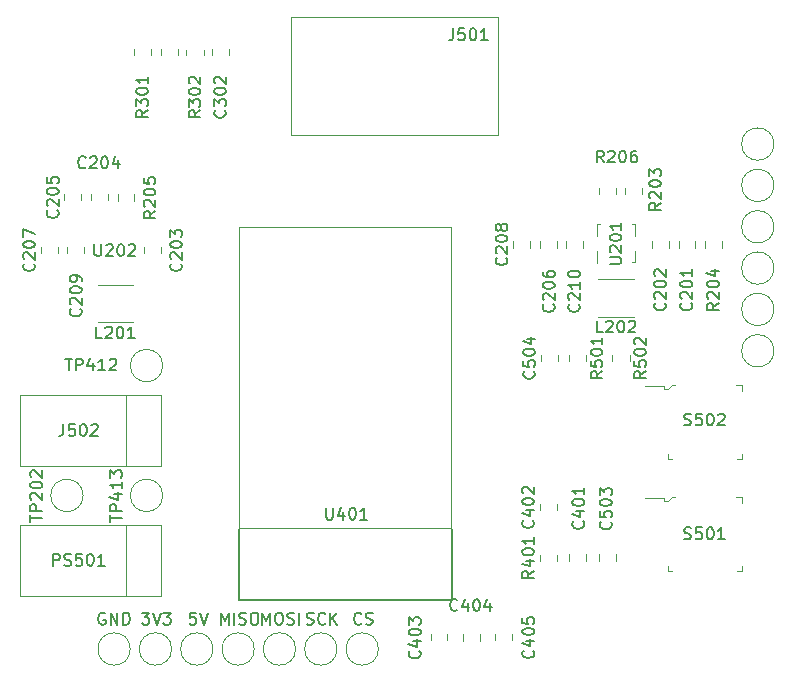
<source format=gto>
G04 #@! TF.GenerationSoftware,KiCad,Pcbnew,(5.1.7)-1*
G04 #@! TF.CreationDate,2020-10-28T11:25:42+01:00*
G04 #@! TF.ProjectId,E-Ink,452d496e-6b2e-46b6-9963-61645f706362,rev?*
G04 #@! TF.SameCoordinates,Original*
G04 #@! TF.FileFunction,Legend,Top*
G04 #@! TF.FilePolarity,Positive*
%FSLAX46Y46*%
G04 Gerber Fmt 4.6, Leading zero omitted, Abs format (unit mm)*
G04 Created by KiCad (PCBNEW (5.1.7)-1) date 2020-10-28 11:25:42*
%MOMM*%
%LPD*%
G01*
G04 APERTURE LIST*
%ADD10C,0.150000*%
%ADD11C,0.100000*%
%ADD12C,0.050000*%
%ADD13C,0.120000*%
G04 APERTURE END LIST*
D10*
X129233333Y-95357142D02*
X129185714Y-95404761D01*
X129042857Y-95452380D01*
X128947619Y-95452380D01*
X128804761Y-95404761D01*
X128709523Y-95309523D01*
X128661904Y-95214285D01*
X128614285Y-95023809D01*
X128614285Y-94880952D01*
X128661904Y-94690476D01*
X128709523Y-94595238D01*
X128804761Y-94500000D01*
X128947619Y-94452380D01*
X129042857Y-94452380D01*
X129185714Y-94500000D01*
X129233333Y-94547619D01*
X129614285Y-95404761D02*
X129757142Y-95452380D01*
X129995238Y-95452380D01*
X130090476Y-95404761D01*
X130138095Y-95357142D01*
X130185714Y-95261904D01*
X130185714Y-95166666D01*
X130138095Y-95071428D01*
X130090476Y-95023809D01*
X129995238Y-94976190D01*
X129804761Y-94928571D01*
X129709523Y-94880952D01*
X129661904Y-94833333D01*
X129614285Y-94738095D01*
X129614285Y-94642857D01*
X129661904Y-94547619D01*
X129709523Y-94500000D01*
X129804761Y-94452380D01*
X130042857Y-94452380D01*
X130185714Y-94500000D01*
X124614285Y-95404761D02*
X124757142Y-95452380D01*
X124995238Y-95452380D01*
X125090476Y-95404761D01*
X125138095Y-95357142D01*
X125185714Y-95261904D01*
X125185714Y-95166666D01*
X125138095Y-95071428D01*
X125090476Y-95023809D01*
X124995238Y-94976190D01*
X124804761Y-94928571D01*
X124709523Y-94880952D01*
X124661904Y-94833333D01*
X124614285Y-94738095D01*
X124614285Y-94642857D01*
X124661904Y-94547619D01*
X124709523Y-94500000D01*
X124804761Y-94452380D01*
X125042857Y-94452380D01*
X125185714Y-94500000D01*
X126185714Y-95357142D02*
X126138095Y-95404761D01*
X125995238Y-95452380D01*
X125900000Y-95452380D01*
X125757142Y-95404761D01*
X125661904Y-95309523D01*
X125614285Y-95214285D01*
X125566666Y-95023809D01*
X125566666Y-94880952D01*
X125614285Y-94690476D01*
X125661904Y-94595238D01*
X125757142Y-94500000D01*
X125900000Y-94452380D01*
X125995238Y-94452380D01*
X126138095Y-94500000D01*
X126185714Y-94547619D01*
X126614285Y-95452380D02*
X126614285Y-94452380D01*
X127185714Y-95452380D02*
X126757142Y-94880952D01*
X127185714Y-94452380D02*
X126614285Y-95023809D01*
X120828571Y-95452380D02*
X120828571Y-94452380D01*
X121161904Y-95166666D01*
X121495238Y-94452380D01*
X121495238Y-95452380D01*
X122161904Y-94452380D02*
X122352380Y-94452380D01*
X122447619Y-94500000D01*
X122542857Y-94595238D01*
X122590476Y-94785714D01*
X122590476Y-95119047D01*
X122542857Y-95309523D01*
X122447619Y-95404761D01*
X122352380Y-95452380D01*
X122161904Y-95452380D01*
X122066666Y-95404761D01*
X121971428Y-95309523D01*
X121923809Y-95119047D01*
X121923809Y-94785714D01*
X121971428Y-94595238D01*
X122066666Y-94500000D01*
X122161904Y-94452380D01*
X122971428Y-95404761D02*
X123114285Y-95452380D01*
X123352380Y-95452380D01*
X123447619Y-95404761D01*
X123495238Y-95357142D01*
X123542857Y-95261904D01*
X123542857Y-95166666D01*
X123495238Y-95071428D01*
X123447619Y-95023809D01*
X123352380Y-94976190D01*
X123161904Y-94928571D01*
X123066666Y-94880952D01*
X123019047Y-94833333D01*
X122971428Y-94738095D01*
X122971428Y-94642857D01*
X123019047Y-94547619D01*
X123066666Y-94500000D01*
X123161904Y-94452380D01*
X123400000Y-94452380D01*
X123542857Y-94500000D01*
X123971428Y-95452380D02*
X123971428Y-94452380D01*
X117328571Y-95452380D02*
X117328571Y-94452380D01*
X117661904Y-95166666D01*
X117995238Y-94452380D01*
X117995238Y-95452380D01*
X118471428Y-95452380D02*
X118471428Y-94452380D01*
X118900000Y-95404761D02*
X119042857Y-95452380D01*
X119280952Y-95452380D01*
X119376190Y-95404761D01*
X119423809Y-95357142D01*
X119471428Y-95261904D01*
X119471428Y-95166666D01*
X119423809Y-95071428D01*
X119376190Y-95023809D01*
X119280952Y-94976190D01*
X119090476Y-94928571D01*
X118995238Y-94880952D01*
X118947619Y-94833333D01*
X118900000Y-94738095D01*
X118900000Y-94642857D01*
X118947619Y-94547619D01*
X118995238Y-94500000D01*
X119090476Y-94452380D01*
X119328571Y-94452380D01*
X119471428Y-94500000D01*
X120090476Y-94452380D02*
X120280952Y-94452380D01*
X120376190Y-94500000D01*
X120471428Y-94595238D01*
X120519047Y-94785714D01*
X120519047Y-95119047D01*
X120471428Y-95309523D01*
X120376190Y-95404761D01*
X120280952Y-95452380D01*
X120090476Y-95452380D01*
X119995238Y-95404761D01*
X119900000Y-95309523D01*
X119852380Y-95119047D01*
X119852380Y-94785714D01*
X119900000Y-94595238D01*
X119995238Y-94500000D01*
X120090476Y-94452380D01*
X115209523Y-94452380D02*
X114733333Y-94452380D01*
X114685714Y-94928571D01*
X114733333Y-94880952D01*
X114828571Y-94833333D01*
X115066666Y-94833333D01*
X115161904Y-94880952D01*
X115209523Y-94928571D01*
X115257142Y-95023809D01*
X115257142Y-95261904D01*
X115209523Y-95357142D01*
X115161904Y-95404761D01*
X115066666Y-95452380D01*
X114828571Y-95452380D01*
X114733333Y-95404761D01*
X114685714Y-95357142D01*
X115542857Y-94452380D02*
X115876190Y-95452380D01*
X116209523Y-94452380D01*
X110661904Y-94452380D02*
X111280952Y-94452380D01*
X110947619Y-94833333D01*
X111090476Y-94833333D01*
X111185714Y-94880952D01*
X111233333Y-94928571D01*
X111280952Y-95023809D01*
X111280952Y-95261904D01*
X111233333Y-95357142D01*
X111185714Y-95404761D01*
X111090476Y-95452380D01*
X110804761Y-95452380D01*
X110709523Y-95404761D01*
X110661904Y-95357142D01*
X111566666Y-94452380D02*
X111900000Y-95452380D01*
X112233333Y-94452380D01*
X112471428Y-94452380D02*
X113090476Y-94452380D01*
X112757142Y-94833333D01*
X112900000Y-94833333D01*
X112995238Y-94880952D01*
X113042857Y-94928571D01*
X113090476Y-95023809D01*
X113090476Y-95261904D01*
X113042857Y-95357142D01*
X112995238Y-95404761D01*
X112900000Y-95452380D01*
X112614285Y-95452380D01*
X112519047Y-95404761D01*
X112471428Y-95357142D01*
X107538095Y-94500000D02*
X107442857Y-94452380D01*
X107300000Y-94452380D01*
X107157142Y-94500000D01*
X107061904Y-94595238D01*
X107014285Y-94690476D01*
X106966666Y-94880952D01*
X106966666Y-95023809D01*
X107014285Y-95214285D01*
X107061904Y-95309523D01*
X107157142Y-95404761D01*
X107300000Y-95452380D01*
X107395238Y-95452380D01*
X107538095Y-95404761D01*
X107585714Y-95357142D01*
X107585714Y-95023809D01*
X107395238Y-95023809D01*
X108014285Y-95452380D02*
X108014285Y-94452380D01*
X108585714Y-95452380D01*
X108585714Y-94452380D01*
X109061904Y-95452380D02*
X109061904Y-94452380D01*
X109300000Y-94452380D01*
X109442857Y-94500000D01*
X109538095Y-94595238D01*
X109585714Y-94690476D01*
X109633333Y-94880952D01*
X109633333Y-95023809D01*
X109585714Y-95214285D01*
X109538095Y-95309523D01*
X109442857Y-95404761D01*
X109300000Y-95452380D01*
X109061904Y-95452380D01*
D11*
X112420000Y-84520000D02*
G75*
G03*
X112420000Y-84520000I-1370000J0D01*
G01*
D12*
X118860000Y-61780000D02*
X136860000Y-61780000D01*
X118860000Y-87310000D02*
X118860000Y-61780000D01*
X136860000Y-87310000D02*
X118860000Y-87310000D01*
X136860000Y-61780000D02*
X136860000Y-87310000D01*
D10*
X136877000Y-87365000D02*
X136877000Y-93334000D01*
X118843000Y-87365000D02*
X118843000Y-93334000D01*
X118843000Y-93334000D02*
X136877000Y-93334000D01*
D13*
X150493000Y-72659936D02*
X150493000Y-73114064D01*
X151963000Y-72659936D02*
X151963000Y-73114064D01*
X115895000Y-47222064D02*
X115895000Y-46767936D01*
X114425000Y-47222064D02*
X114425000Y-46767936D01*
X111450000Y-47206064D02*
X111450000Y-46751936D01*
X109980000Y-47206064D02*
X109980000Y-46751936D01*
X157510000Y-63531252D02*
X157510000Y-63008748D01*
X156090000Y-63531252D02*
X156090000Y-63008748D01*
X155260000Y-63531252D02*
X155260000Y-63008748D01*
X153840000Y-63531252D02*
X153840000Y-63008748D01*
X112260000Y-64031252D02*
X112260000Y-63508748D01*
X110840000Y-64031252D02*
X110840000Y-63508748D01*
X107760000Y-59531252D02*
X107760000Y-59008748D01*
X106340000Y-59531252D02*
X106340000Y-59008748D01*
X105510000Y-59531252D02*
X105510000Y-59008748D01*
X104090000Y-59531252D02*
X104090000Y-59008748D01*
X145760000Y-63531252D02*
X145760000Y-63008748D01*
X144340000Y-63531252D02*
X144340000Y-63008748D01*
X103510000Y-64031252D02*
X103510000Y-63508748D01*
X102090000Y-64031252D02*
X102090000Y-63508748D01*
X143510000Y-63531252D02*
X143510000Y-63008748D01*
X142090000Y-63531252D02*
X142090000Y-63008748D01*
X105760000Y-64031252D02*
X105760000Y-63508748D01*
X104340000Y-64031252D02*
X104340000Y-63508748D01*
X148010000Y-63531252D02*
X148010000Y-63008748D01*
X146590000Y-63531252D02*
X146590000Y-63008748D01*
X112291000Y-46708748D02*
X112291000Y-47231252D01*
X113711000Y-46708748D02*
X113711000Y-47231252D01*
X118010000Y-47231252D02*
X118010000Y-46708748D01*
X116590000Y-47231252D02*
X116590000Y-46708748D01*
X146840000Y-89508748D02*
X146840000Y-90031252D01*
X148260000Y-89508748D02*
X148260000Y-90031252D01*
X145760000Y-85781252D02*
X145760000Y-85258748D01*
X144340000Y-85781252D02*
X144340000Y-85258748D01*
X135090000Y-96258748D02*
X135090000Y-96781252D01*
X136510000Y-96258748D02*
X136510000Y-96781252D01*
X137840000Y-96283748D02*
X137840000Y-96806252D01*
X139260000Y-96283748D02*
X139260000Y-96806252D01*
X140590000Y-96258748D02*
X140590000Y-96781252D01*
X142010000Y-96258748D02*
X142010000Y-96781252D01*
X149340000Y-89508748D02*
X149340000Y-90031252D01*
X150760000Y-89508748D02*
X150760000Y-90031252D01*
X145842000Y-73148252D02*
X145842000Y-72625748D01*
X144422000Y-73148252D02*
X144422000Y-72625748D01*
X139300000Y-54020000D02*
X124800000Y-54020000D01*
X140800000Y-44020000D02*
X140300000Y-44020000D01*
X140800000Y-54020000D02*
X140800000Y-44020000D01*
X139300000Y-54020000D02*
X140800000Y-54020000D01*
X123300000Y-54020000D02*
X123300000Y-44020000D01*
X124800000Y-54020000D02*
X123300000Y-54020000D01*
X140300000Y-44020000D02*
X123300000Y-44020000D01*
X109300000Y-76020000D02*
X109300000Y-82020000D01*
X112300000Y-76020000D02*
X109300000Y-76020000D01*
X100300000Y-76020000D02*
X112300000Y-76020000D01*
X100300000Y-82020000D02*
X100300000Y-76020000D01*
X112300000Y-82020000D02*
X100300000Y-82020000D01*
X112300000Y-76020000D02*
X112300000Y-82020000D01*
X109900000Y-69870000D02*
X106900000Y-69870000D01*
X109900000Y-66670000D02*
X106900000Y-66670000D01*
X152300000Y-69370000D02*
X149300000Y-69370000D01*
X152300000Y-66170000D02*
X149300000Y-66170000D01*
X109300000Y-87020000D02*
X109300000Y-93020000D01*
X112300000Y-87020000D02*
X109300000Y-87020000D01*
X100300000Y-87020000D02*
X112300000Y-87020000D01*
X100300000Y-93020000D02*
X100300000Y-87020000D01*
X112300000Y-93020000D02*
X100300000Y-93020000D01*
X112300000Y-87020000D02*
X112300000Y-93020000D01*
X153010000Y-59031252D02*
X153010000Y-58508748D01*
X151590000Y-59031252D02*
X151590000Y-58508748D01*
X159760000Y-63531252D02*
X159760000Y-63008748D01*
X158340000Y-63531252D02*
X158340000Y-63008748D01*
X110010000Y-59556252D02*
X110010000Y-59033748D01*
X108590000Y-59556252D02*
X108590000Y-59033748D01*
X150760000Y-59031252D02*
X150760000Y-58508748D01*
X149340000Y-59031252D02*
X149340000Y-58508748D01*
X145760000Y-90056252D02*
X145760000Y-89533748D01*
X144340000Y-90056252D02*
X144340000Y-89533748D01*
X146835000Y-72625748D02*
X146835000Y-73148252D01*
X148255000Y-72625748D02*
X148255000Y-73148252D01*
X149190000Y-64810000D02*
X149190000Y-63805000D01*
X149190000Y-61560000D02*
X149420000Y-61560000D01*
X149190000Y-62535000D02*
X149190000Y-61560000D01*
X152410000Y-62535000D02*
X152410000Y-61560000D01*
X152180000Y-61560000D02*
X152410000Y-61560000D01*
X152410000Y-64780000D02*
X152410000Y-63805000D01*
X152180000Y-64780000D02*
X152410000Y-64780000D01*
D11*
X161425000Y-90895000D02*
X161050000Y-90895000D01*
X161425000Y-90520000D02*
X161425000Y-90895000D01*
X155175000Y-90895000D02*
X155175000Y-90495000D01*
X155575000Y-90895000D02*
X155175000Y-90895000D01*
X161425000Y-84645000D02*
X160925000Y-84645000D01*
X161425000Y-85195000D02*
X161425000Y-84645000D01*
X154875000Y-84745000D02*
X153225000Y-84745000D01*
X154875000Y-84970000D02*
X154875000Y-84745000D01*
X155175000Y-84970000D02*
X154875000Y-84970000D01*
X155525000Y-84645000D02*
X155175000Y-84970000D01*
X155525000Y-84645000D02*
X155825000Y-84645000D01*
X161425000Y-81395000D02*
X161050000Y-81395000D01*
X161425000Y-81020000D02*
X161425000Y-81395000D01*
X155175000Y-81395000D02*
X155175000Y-80995000D01*
X155575000Y-81395000D02*
X155175000Y-81395000D01*
X161425000Y-75145000D02*
X160925000Y-75145000D01*
X161425000Y-75695000D02*
X161425000Y-75145000D01*
X154875000Y-75245000D02*
X153225000Y-75245000D01*
X154875000Y-75470000D02*
X154875000Y-75245000D01*
X155175000Y-75470000D02*
X154875000Y-75470000D01*
X155525000Y-75145000D02*
X155175000Y-75470000D01*
X155525000Y-75145000D02*
X155825000Y-75145000D01*
X116670000Y-97520000D02*
G75*
G03*
X116670000Y-97520000I-1370000J0D01*
G01*
X105670000Y-84520000D02*
G75*
G03*
X105670000Y-84520000I-1370000J0D01*
G01*
X113170000Y-97520000D02*
G75*
G03*
X113170000Y-97520000I-1370000J0D01*
G01*
X109670000Y-97520000D02*
G75*
G03*
X109670000Y-97520000I-1370000J0D01*
G01*
X164170000Y-61770000D02*
G75*
G03*
X164170000Y-61770000I-1370000J0D01*
G01*
X164170000Y-58270000D02*
G75*
G03*
X164170000Y-58270000I-1370000J0D01*
G01*
X164170000Y-54770000D02*
G75*
G03*
X164170000Y-54770000I-1370000J0D01*
G01*
X164170000Y-68770000D02*
G75*
G03*
X164170000Y-68770000I-1370000J0D01*
G01*
X164170000Y-65270000D02*
G75*
G03*
X164170000Y-65270000I-1370000J0D01*
G01*
X120170000Y-97520000D02*
G75*
G03*
X120170000Y-97520000I-1370000J0D01*
G01*
X123670000Y-97520000D02*
G75*
G03*
X123670000Y-97520000I-1370000J0D01*
G01*
X127170000Y-97520000D02*
G75*
G03*
X127170000Y-97520000I-1370000J0D01*
G01*
X130670000Y-97520000D02*
G75*
G03*
X130670000Y-97520000I-1370000J0D01*
G01*
X112420000Y-73520000D02*
G75*
G03*
X112420000Y-73520000I-1370000J0D01*
G01*
X164170000Y-72270000D02*
G75*
G03*
X164170000Y-72270000I-1370000J0D01*
G01*
D10*
X107952380Y-86734285D02*
X107952380Y-86162857D01*
X108952380Y-86448571D02*
X107952380Y-86448571D01*
X108952380Y-85829523D02*
X107952380Y-85829523D01*
X107952380Y-85448571D01*
X108000000Y-85353333D01*
X108047619Y-85305714D01*
X108142857Y-85258095D01*
X108285714Y-85258095D01*
X108380952Y-85305714D01*
X108428571Y-85353333D01*
X108476190Y-85448571D01*
X108476190Y-85829523D01*
X108285714Y-84400952D02*
X108952380Y-84400952D01*
X107904761Y-84639047D02*
X108619047Y-84877142D01*
X108619047Y-84258095D01*
X108952380Y-83353333D02*
X108952380Y-83924761D01*
X108952380Y-83639047D02*
X107952380Y-83639047D01*
X108095238Y-83734285D01*
X108190476Y-83829523D01*
X108238095Y-83924761D01*
X107952380Y-83020000D02*
X107952380Y-82400952D01*
X108333333Y-82734285D01*
X108333333Y-82591428D01*
X108380952Y-82496190D01*
X108428571Y-82448571D01*
X108523809Y-82400952D01*
X108761904Y-82400952D01*
X108857142Y-82448571D01*
X108904761Y-82496190D01*
X108952380Y-82591428D01*
X108952380Y-82877142D01*
X108904761Y-82972380D01*
X108857142Y-83020000D01*
X126245714Y-85562380D02*
X126245714Y-86371904D01*
X126293333Y-86467142D01*
X126340952Y-86514761D01*
X126436190Y-86562380D01*
X126626666Y-86562380D01*
X126721904Y-86514761D01*
X126769523Y-86467142D01*
X126817142Y-86371904D01*
X126817142Y-85562380D01*
X127721904Y-85895714D02*
X127721904Y-86562380D01*
X127483809Y-85514761D02*
X127245714Y-86229047D01*
X127864761Y-86229047D01*
X128436190Y-85562380D02*
X128531428Y-85562380D01*
X128626666Y-85610000D01*
X128674285Y-85657619D01*
X128721904Y-85752857D01*
X128769523Y-85943333D01*
X128769523Y-86181428D01*
X128721904Y-86371904D01*
X128674285Y-86467142D01*
X128626666Y-86514761D01*
X128531428Y-86562380D01*
X128436190Y-86562380D01*
X128340952Y-86514761D01*
X128293333Y-86467142D01*
X128245714Y-86371904D01*
X128198095Y-86181428D01*
X128198095Y-85943333D01*
X128245714Y-85752857D01*
X128293333Y-85657619D01*
X128340952Y-85610000D01*
X128436190Y-85562380D01*
X129721904Y-86562380D02*
X129150476Y-86562380D01*
X129436190Y-86562380D02*
X129436190Y-85562380D01*
X129340952Y-85705238D01*
X129245714Y-85800476D01*
X129150476Y-85848095D01*
X153330380Y-74006047D02*
X152854190Y-74339380D01*
X153330380Y-74577476D02*
X152330380Y-74577476D01*
X152330380Y-74196523D01*
X152378000Y-74101285D01*
X152425619Y-74053666D01*
X152520857Y-74006047D01*
X152663714Y-74006047D01*
X152758952Y-74053666D01*
X152806571Y-74101285D01*
X152854190Y-74196523D01*
X152854190Y-74577476D01*
X152330380Y-73101285D02*
X152330380Y-73577476D01*
X152806571Y-73625095D01*
X152758952Y-73577476D01*
X152711333Y-73482238D01*
X152711333Y-73244142D01*
X152758952Y-73148904D01*
X152806571Y-73101285D01*
X152901809Y-73053666D01*
X153139904Y-73053666D01*
X153235142Y-73101285D01*
X153282761Y-73148904D01*
X153330380Y-73244142D01*
X153330380Y-73482238D01*
X153282761Y-73577476D01*
X153235142Y-73625095D01*
X152330380Y-72434619D02*
X152330380Y-72339380D01*
X152378000Y-72244142D01*
X152425619Y-72196523D01*
X152520857Y-72148904D01*
X152711333Y-72101285D01*
X152949428Y-72101285D01*
X153139904Y-72148904D01*
X153235142Y-72196523D01*
X153282761Y-72244142D01*
X153330380Y-72339380D01*
X153330380Y-72434619D01*
X153282761Y-72529857D01*
X153235142Y-72577476D01*
X153139904Y-72625095D01*
X152949428Y-72672714D01*
X152711333Y-72672714D01*
X152520857Y-72625095D01*
X152425619Y-72577476D01*
X152378000Y-72529857D01*
X152330380Y-72434619D01*
X152425619Y-71720333D02*
X152378000Y-71672714D01*
X152330380Y-71577476D01*
X152330380Y-71339380D01*
X152378000Y-71244142D01*
X152425619Y-71196523D01*
X152520857Y-71148904D01*
X152616095Y-71148904D01*
X152758952Y-71196523D01*
X153330380Y-71767952D01*
X153330380Y-71148904D01*
X115612380Y-51924047D02*
X115136190Y-52257380D01*
X115612380Y-52495476D02*
X114612380Y-52495476D01*
X114612380Y-52114523D01*
X114660000Y-52019285D01*
X114707619Y-51971666D01*
X114802857Y-51924047D01*
X114945714Y-51924047D01*
X115040952Y-51971666D01*
X115088571Y-52019285D01*
X115136190Y-52114523D01*
X115136190Y-52495476D01*
X114612380Y-51590714D02*
X114612380Y-50971666D01*
X114993333Y-51305000D01*
X114993333Y-51162142D01*
X115040952Y-51066904D01*
X115088571Y-51019285D01*
X115183809Y-50971666D01*
X115421904Y-50971666D01*
X115517142Y-51019285D01*
X115564761Y-51066904D01*
X115612380Y-51162142D01*
X115612380Y-51447857D01*
X115564761Y-51543095D01*
X115517142Y-51590714D01*
X114612380Y-50352619D02*
X114612380Y-50257380D01*
X114660000Y-50162142D01*
X114707619Y-50114523D01*
X114802857Y-50066904D01*
X114993333Y-50019285D01*
X115231428Y-50019285D01*
X115421904Y-50066904D01*
X115517142Y-50114523D01*
X115564761Y-50162142D01*
X115612380Y-50257380D01*
X115612380Y-50352619D01*
X115564761Y-50447857D01*
X115517142Y-50495476D01*
X115421904Y-50543095D01*
X115231428Y-50590714D01*
X114993333Y-50590714D01*
X114802857Y-50543095D01*
X114707619Y-50495476D01*
X114660000Y-50447857D01*
X114612380Y-50352619D01*
X114707619Y-49638333D02*
X114660000Y-49590714D01*
X114612380Y-49495476D01*
X114612380Y-49257380D01*
X114660000Y-49162142D01*
X114707619Y-49114523D01*
X114802857Y-49066904D01*
X114898095Y-49066904D01*
X115040952Y-49114523D01*
X115612380Y-49685952D01*
X115612380Y-49066904D01*
X111167380Y-51908047D02*
X110691190Y-52241380D01*
X111167380Y-52479476D02*
X110167380Y-52479476D01*
X110167380Y-52098523D01*
X110215000Y-52003285D01*
X110262619Y-51955666D01*
X110357857Y-51908047D01*
X110500714Y-51908047D01*
X110595952Y-51955666D01*
X110643571Y-52003285D01*
X110691190Y-52098523D01*
X110691190Y-52479476D01*
X110167380Y-51574714D02*
X110167380Y-50955666D01*
X110548333Y-51289000D01*
X110548333Y-51146142D01*
X110595952Y-51050904D01*
X110643571Y-51003285D01*
X110738809Y-50955666D01*
X110976904Y-50955666D01*
X111072142Y-51003285D01*
X111119761Y-51050904D01*
X111167380Y-51146142D01*
X111167380Y-51431857D01*
X111119761Y-51527095D01*
X111072142Y-51574714D01*
X110167380Y-50336619D02*
X110167380Y-50241380D01*
X110215000Y-50146142D01*
X110262619Y-50098523D01*
X110357857Y-50050904D01*
X110548333Y-50003285D01*
X110786428Y-50003285D01*
X110976904Y-50050904D01*
X111072142Y-50098523D01*
X111119761Y-50146142D01*
X111167380Y-50241380D01*
X111167380Y-50336619D01*
X111119761Y-50431857D01*
X111072142Y-50479476D01*
X110976904Y-50527095D01*
X110786428Y-50574714D01*
X110548333Y-50574714D01*
X110357857Y-50527095D01*
X110262619Y-50479476D01*
X110215000Y-50431857D01*
X110167380Y-50336619D01*
X111167380Y-49050904D02*
X111167380Y-49622333D01*
X111167380Y-49336619D02*
X110167380Y-49336619D01*
X110310238Y-49431857D01*
X110405476Y-49527095D01*
X110453095Y-49622333D01*
X106635714Y-63252380D02*
X106635714Y-64061904D01*
X106683333Y-64157142D01*
X106730952Y-64204761D01*
X106826190Y-64252380D01*
X107016666Y-64252380D01*
X107111904Y-64204761D01*
X107159523Y-64157142D01*
X107207142Y-64061904D01*
X107207142Y-63252380D01*
X107635714Y-63347619D02*
X107683333Y-63300000D01*
X107778571Y-63252380D01*
X108016666Y-63252380D01*
X108111904Y-63300000D01*
X108159523Y-63347619D01*
X108207142Y-63442857D01*
X108207142Y-63538095D01*
X108159523Y-63680952D01*
X107588095Y-64252380D01*
X108207142Y-64252380D01*
X108826190Y-63252380D02*
X108921428Y-63252380D01*
X109016666Y-63300000D01*
X109064285Y-63347619D01*
X109111904Y-63442857D01*
X109159523Y-63633333D01*
X109159523Y-63871428D01*
X109111904Y-64061904D01*
X109064285Y-64157142D01*
X109016666Y-64204761D01*
X108921428Y-64252380D01*
X108826190Y-64252380D01*
X108730952Y-64204761D01*
X108683333Y-64157142D01*
X108635714Y-64061904D01*
X108588095Y-63871428D01*
X108588095Y-63633333D01*
X108635714Y-63442857D01*
X108683333Y-63347619D01*
X108730952Y-63300000D01*
X108826190Y-63252380D01*
X109540476Y-63347619D02*
X109588095Y-63300000D01*
X109683333Y-63252380D01*
X109921428Y-63252380D01*
X110016666Y-63300000D01*
X110064285Y-63347619D01*
X110111904Y-63442857D01*
X110111904Y-63538095D01*
X110064285Y-63680952D01*
X109492857Y-64252380D01*
X110111904Y-64252380D01*
X157157142Y-68239047D02*
X157204761Y-68286666D01*
X157252380Y-68429523D01*
X157252380Y-68524761D01*
X157204761Y-68667619D01*
X157109523Y-68762857D01*
X157014285Y-68810476D01*
X156823809Y-68858095D01*
X156680952Y-68858095D01*
X156490476Y-68810476D01*
X156395238Y-68762857D01*
X156300000Y-68667619D01*
X156252380Y-68524761D01*
X156252380Y-68429523D01*
X156300000Y-68286666D01*
X156347619Y-68239047D01*
X156347619Y-67858095D02*
X156300000Y-67810476D01*
X156252380Y-67715238D01*
X156252380Y-67477142D01*
X156300000Y-67381904D01*
X156347619Y-67334285D01*
X156442857Y-67286666D01*
X156538095Y-67286666D01*
X156680952Y-67334285D01*
X157252380Y-67905714D01*
X157252380Y-67286666D01*
X156252380Y-66667619D02*
X156252380Y-66572380D01*
X156300000Y-66477142D01*
X156347619Y-66429523D01*
X156442857Y-66381904D01*
X156633333Y-66334285D01*
X156871428Y-66334285D01*
X157061904Y-66381904D01*
X157157142Y-66429523D01*
X157204761Y-66477142D01*
X157252380Y-66572380D01*
X157252380Y-66667619D01*
X157204761Y-66762857D01*
X157157142Y-66810476D01*
X157061904Y-66858095D01*
X156871428Y-66905714D01*
X156633333Y-66905714D01*
X156442857Y-66858095D01*
X156347619Y-66810476D01*
X156300000Y-66762857D01*
X156252380Y-66667619D01*
X157252380Y-65381904D02*
X157252380Y-65953333D01*
X157252380Y-65667619D02*
X156252380Y-65667619D01*
X156395238Y-65762857D01*
X156490476Y-65858095D01*
X156538095Y-65953333D01*
X154937142Y-68239047D02*
X154984761Y-68286666D01*
X155032380Y-68429523D01*
X155032380Y-68524761D01*
X154984761Y-68667619D01*
X154889523Y-68762857D01*
X154794285Y-68810476D01*
X154603809Y-68858095D01*
X154460952Y-68858095D01*
X154270476Y-68810476D01*
X154175238Y-68762857D01*
X154080000Y-68667619D01*
X154032380Y-68524761D01*
X154032380Y-68429523D01*
X154080000Y-68286666D01*
X154127619Y-68239047D01*
X154127619Y-67858095D02*
X154080000Y-67810476D01*
X154032380Y-67715238D01*
X154032380Y-67477142D01*
X154080000Y-67381904D01*
X154127619Y-67334285D01*
X154222857Y-67286666D01*
X154318095Y-67286666D01*
X154460952Y-67334285D01*
X155032380Y-67905714D01*
X155032380Y-67286666D01*
X154032380Y-66667619D02*
X154032380Y-66572380D01*
X154080000Y-66477142D01*
X154127619Y-66429523D01*
X154222857Y-66381904D01*
X154413333Y-66334285D01*
X154651428Y-66334285D01*
X154841904Y-66381904D01*
X154937142Y-66429523D01*
X154984761Y-66477142D01*
X155032380Y-66572380D01*
X155032380Y-66667619D01*
X154984761Y-66762857D01*
X154937142Y-66810476D01*
X154841904Y-66858095D01*
X154651428Y-66905714D01*
X154413333Y-66905714D01*
X154222857Y-66858095D01*
X154127619Y-66810476D01*
X154080000Y-66762857D01*
X154032380Y-66667619D01*
X154127619Y-65953333D02*
X154080000Y-65905714D01*
X154032380Y-65810476D01*
X154032380Y-65572380D01*
X154080000Y-65477142D01*
X154127619Y-65429523D01*
X154222857Y-65381904D01*
X154318095Y-65381904D01*
X154460952Y-65429523D01*
X155032380Y-66000952D01*
X155032380Y-65381904D01*
X113957142Y-64889047D02*
X114004761Y-64936666D01*
X114052380Y-65079523D01*
X114052380Y-65174761D01*
X114004761Y-65317619D01*
X113909523Y-65412857D01*
X113814285Y-65460476D01*
X113623809Y-65508095D01*
X113480952Y-65508095D01*
X113290476Y-65460476D01*
X113195238Y-65412857D01*
X113100000Y-65317619D01*
X113052380Y-65174761D01*
X113052380Y-65079523D01*
X113100000Y-64936666D01*
X113147619Y-64889047D01*
X113147619Y-64508095D02*
X113100000Y-64460476D01*
X113052380Y-64365238D01*
X113052380Y-64127142D01*
X113100000Y-64031904D01*
X113147619Y-63984285D01*
X113242857Y-63936666D01*
X113338095Y-63936666D01*
X113480952Y-63984285D01*
X114052380Y-64555714D01*
X114052380Y-63936666D01*
X113052380Y-63317619D02*
X113052380Y-63222380D01*
X113100000Y-63127142D01*
X113147619Y-63079523D01*
X113242857Y-63031904D01*
X113433333Y-62984285D01*
X113671428Y-62984285D01*
X113861904Y-63031904D01*
X113957142Y-63079523D01*
X114004761Y-63127142D01*
X114052380Y-63222380D01*
X114052380Y-63317619D01*
X114004761Y-63412857D01*
X113957142Y-63460476D01*
X113861904Y-63508095D01*
X113671428Y-63555714D01*
X113433333Y-63555714D01*
X113242857Y-63508095D01*
X113147619Y-63460476D01*
X113100000Y-63412857D01*
X113052380Y-63317619D01*
X113052380Y-62650952D02*
X113052380Y-62031904D01*
X113433333Y-62365238D01*
X113433333Y-62222380D01*
X113480952Y-62127142D01*
X113528571Y-62079523D01*
X113623809Y-62031904D01*
X113861904Y-62031904D01*
X113957142Y-62079523D01*
X114004761Y-62127142D01*
X114052380Y-62222380D01*
X114052380Y-62508095D01*
X114004761Y-62603333D01*
X113957142Y-62650952D01*
X105880952Y-56727142D02*
X105833333Y-56774761D01*
X105690476Y-56822380D01*
X105595238Y-56822380D01*
X105452380Y-56774761D01*
X105357142Y-56679523D01*
X105309523Y-56584285D01*
X105261904Y-56393809D01*
X105261904Y-56250952D01*
X105309523Y-56060476D01*
X105357142Y-55965238D01*
X105452380Y-55870000D01*
X105595238Y-55822380D01*
X105690476Y-55822380D01*
X105833333Y-55870000D01*
X105880952Y-55917619D01*
X106261904Y-55917619D02*
X106309523Y-55870000D01*
X106404761Y-55822380D01*
X106642857Y-55822380D01*
X106738095Y-55870000D01*
X106785714Y-55917619D01*
X106833333Y-56012857D01*
X106833333Y-56108095D01*
X106785714Y-56250952D01*
X106214285Y-56822380D01*
X106833333Y-56822380D01*
X107452380Y-55822380D02*
X107547619Y-55822380D01*
X107642857Y-55870000D01*
X107690476Y-55917619D01*
X107738095Y-56012857D01*
X107785714Y-56203333D01*
X107785714Y-56441428D01*
X107738095Y-56631904D01*
X107690476Y-56727142D01*
X107642857Y-56774761D01*
X107547619Y-56822380D01*
X107452380Y-56822380D01*
X107357142Y-56774761D01*
X107309523Y-56727142D01*
X107261904Y-56631904D01*
X107214285Y-56441428D01*
X107214285Y-56203333D01*
X107261904Y-56012857D01*
X107309523Y-55917619D01*
X107357142Y-55870000D01*
X107452380Y-55822380D01*
X108642857Y-56155714D02*
X108642857Y-56822380D01*
X108404761Y-55774761D02*
X108166666Y-56489047D01*
X108785714Y-56489047D01*
X103507142Y-60389047D02*
X103554761Y-60436666D01*
X103602380Y-60579523D01*
X103602380Y-60674761D01*
X103554761Y-60817619D01*
X103459523Y-60912857D01*
X103364285Y-60960476D01*
X103173809Y-61008095D01*
X103030952Y-61008095D01*
X102840476Y-60960476D01*
X102745238Y-60912857D01*
X102650000Y-60817619D01*
X102602380Y-60674761D01*
X102602380Y-60579523D01*
X102650000Y-60436666D01*
X102697619Y-60389047D01*
X102697619Y-60008095D02*
X102650000Y-59960476D01*
X102602380Y-59865238D01*
X102602380Y-59627142D01*
X102650000Y-59531904D01*
X102697619Y-59484285D01*
X102792857Y-59436666D01*
X102888095Y-59436666D01*
X103030952Y-59484285D01*
X103602380Y-60055714D01*
X103602380Y-59436666D01*
X102602380Y-58817619D02*
X102602380Y-58722380D01*
X102650000Y-58627142D01*
X102697619Y-58579523D01*
X102792857Y-58531904D01*
X102983333Y-58484285D01*
X103221428Y-58484285D01*
X103411904Y-58531904D01*
X103507142Y-58579523D01*
X103554761Y-58627142D01*
X103602380Y-58722380D01*
X103602380Y-58817619D01*
X103554761Y-58912857D01*
X103507142Y-58960476D01*
X103411904Y-59008095D01*
X103221428Y-59055714D01*
X102983333Y-59055714D01*
X102792857Y-59008095D01*
X102697619Y-58960476D01*
X102650000Y-58912857D01*
X102602380Y-58817619D01*
X102602380Y-57579523D02*
X102602380Y-58055714D01*
X103078571Y-58103333D01*
X103030952Y-58055714D01*
X102983333Y-57960476D01*
X102983333Y-57722380D01*
X103030952Y-57627142D01*
X103078571Y-57579523D01*
X103173809Y-57531904D01*
X103411904Y-57531904D01*
X103507142Y-57579523D01*
X103554761Y-57627142D01*
X103602380Y-57722380D01*
X103602380Y-57960476D01*
X103554761Y-58055714D01*
X103507142Y-58103333D01*
X145497142Y-68339047D02*
X145544761Y-68386666D01*
X145592380Y-68529523D01*
X145592380Y-68624761D01*
X145544761Y-68767619D01*
X145449523Y-68862857D01*
X145354285Y-68910476D01*
X145163809Y-68958095D01*
X145020952Y-68958095D01*
X144830476Y-68910476D01*
X144735238Y-68862857D01*
X144640000Y-68767619D01*
X144592380Y-68624761D01*
X144592380Y-68529523D01*
X144640000Y-68386666D01*
X144687619Y-68339047D01*
X144687619Y-67958095D02*
X144640000Y-67910476D01*
X144592380Y-67815238D01*
X144592380Y-67577142D01*
X144640000Y-67481904D01*
X144687619Y-67434285D01*
X144782857Y-67386666D01*
X144878095Y-67386666D01*
X145020952Y-67434285D01*
X145592380Y-68005714D01*
X145592380Y-67386666D01*
X144592380Y-66767619D02*
X144592380Y-66672380D01*
X144640000Y-66577142D01*
X144687619Y-66529523D01*
X144782857Y-66481904D01*
X144973333Y-66434285D01*
X145211428Y-66434285D01*
X145401904Y-66481904D01*
X145497142Y-66529523D01*
X145544761Y-66577142D01*
X145592380Y-66672380D01*
X145592380Y-66767619D01*
X145544761Y-66862857D01*
X145497142Y-66910476D01*
X145401904Y-66958095D01*
X145211428Y-67005714D01*
X144973333Y-67005714D01*
X144782857Y-66958095D01*
X144687619Y-66910476D01*
X144640000Y-66862857D01*
X144592380Y-66767619D01*
X144592380Y-65577142D02*
X144592380Y-65767619D01*
X144640000Y-65862857D01*
X144687619Y-65910476D01*
X144830476Y-66005714D01*
X145020952Y-66053333D01*
X145401904Y-66053333D01*
X145497142Y-66005714D01*
X145544761Y-65958095D01*
X145592380Y-65862857D01*
X145592380Y-65672380D01*
X145544761Y-65577142D01*
X145497142Y-65529523D01*
X145401904Y-65481904D01*
X145163809Y-65481904D01*
X145068571Y-65529523D01*
X145020952Y-65577142D01*
X144973333Y-65672380D01*
X144973333Y-65862857D01*
X145020952Y-65958095D01*
X145068571Y-66005714D01*
X145163809Y-66053333D01*
X101507142Y-64889047D02*
X101554761Y-64936666D01*
X101602380Y-65079523D01*
X101602380Y-65174761D01*
X101554761Y-65317619D01*
X101459523Y-65412857D01*
X101364285Y-65460476D01*
X101173809Y-65508095D01*
X101030952Y-65508095D01*
X100840476Y-65460476D01*
X100745238Y-65412857D01*
X100650000Y-65317619D01*
X100602380Y-65174761D01*
X100602380Y-65079523D01*
X100650000Y-64936666D01*
X100697619Y-64889047D01*
X100697619Y-64508095D02*
X100650000Y-64460476D01*
X100602380Y-64365238D01*
X100602380Y-64127142D01*
X100650000Y-64031904D01*
X100697619Y-63984285D01*
X100792857Y-63936666D01*
X100888095Y-63936666D01*
X101030952Y-63984285D01*
X101602380Y-64555714D01*
X101602380Y-63936666D01*
X100602380Y-63317619D02*
X100602380Y-63222380D01*
X100650000Y-63127142D01*
X100697619Y-63079523D01*
X100792857Y-63031904D01*
X100983333Y-62984285D01*
X101221428Y-62984285D01*
X101411904Y-63031904D01*
X101507142Y-63079523D01*
X101554761Y-63127142D01*
X101602380Y-63222380D01*
X101602380Y-63317619D01*
X101554761Y-63412857D01*
X101507142Y-63460476D01*
X101411904Y-63508095D01*
X101221428Y-63555714D01*
X100983333Y-63555714D01*
X100792857Y-63508095D01*
X100697619Y-63460476D01*
X100650000Y-63412857D01*
X100602380Y-63317619D01*
X100602380Y-62650952D02*
X100602380Y-61984285D01*
X101602380Y-62412857D01*
X141507142Y-64389047D02*
X141554761Y-64436666D01*
X141602380Y-64579523D01*
X141602380Y-64674761D01*
X141554761Y-64817619D01*
X141459523Y-64912857D01*
X141364285Y-64960476D01*
X141173809Y-65008095D01*
X141030952Y-65008095D01*
X140840476Y-64960476D01*
X140745238Y-64912857D01*
X140650000Y-64817619D01*
X140602380Y-64674761D01*
X140602380Y-64579523D01*
X140650000Y-64436666D01*
X140697619Y-64389047D01*
X140697619Y-64008095D02*
X140650000Y-63960476D01*
X140602380Y-63865238D01*
X140602380Y-63627142D01*
X140650000Y-63531904D01*
X140697619Y-63484285D01*
X140792857Y-63436666D01*
X140888095Y-63436666D01*
X141030952Y-63484285D01*
X141602380Y-64055714D01*
X141602380Y-63436666D01*
X140602380Y-62817619D02*
X140602380Y-62722380D01*
X140650000Y-62627142D01*
X140697619Y-62579523D01*
X140792857Y-62531904D01*
X140983333Y-62484285D01*
X141221428Y-62484285D01*
X141411904Y-62531904D01*
X141507142Y-62579523D01*
X141554761Y-62627142D01*
X141602380Y-62722380D01*
X141602380Y-62817619D01*
X141554761Y-62912857D01*
X141507142Y-62960476D01*
X141411904Y-63008095D01*
X141221428Y-63055714D01*
X140983333Y-63055714D01*
X140792857Y-63008095D01*
X140697619Y-62960476D01*
X140650000Y-62912857D01*
X140602380Y-62817619D01*
X141030952Y-61912857D02*
X140983333Y-62008095D01*
X140935714Y-62055714D01*
X140840476Y-62103333D01*
X140792857Y-62103333D01*
X140697619Y-62055714D01*
X140650000Y-62008095D01*
X140602380Y-61912857D01*
X140602380Y-61722380D01*
X140650000Y-61627142D01*
X140697619Y-61579523D01*
X140792857Y-61531904D01*
X140840476Y-61531904D01*
X140935714Y-61579523D01*
X140983333Y-61627142D01*
X141030952Y-61722380D01*
X141030952Y-61912857D01*
X141078571Y-62008095D01*
X141126190Y-62055714D01*
X141221428Y-62103333D01*
X141411904Y-62103333D01*
X141507142Y-62055714D01*
X141554761Y-62008095D01*
X141602380Y-61912857D01*
X141602380Y-61722380D01*
X141554761Y-61627142D01*
X141507142Y-61579523D01*
X141411904Y-61531904D01*
X141221428Y-61531904D01*
X141126190Y-61579523D01*
X141078571Y-61627142D01*
X141030952Y-61722380D01*
X105447142Y-68729047D02*
X105494761Y-68776666D01*
X105542380Y-68919523D01*
X105542380Y-69014761D01*
X105494761Y-69157619D01*
X105399523Y-69252857D01*
X105304285Y-69300476D01*
X105113809Y-69348095D01*
X104970952Y-69348095D01*
X104780476Y-69300476D01*
X104685238Y-69252857D01*
X104590000Y-69157619D01*
X104542380Y-69014761D01*
X104542380Y-68919523D01*
X104590000Y-68776666D01*
X104637619Y-68729047D01*
X104637619Y-68348095D02*
X104590000Y-68300476D01*
X104542380Y-68205238D01*
X104542380Y-67967142D01*
X104590000Y-67871904D01*
X104637619Y-67824285D01*
X104732857Y-67776666D01*
X104828095Y-67776666D01*
X104970952Y-67824285D01*
X105542380Y-68395714D01*
X105542380Y-67776666D01*
X104542380Y-67157619D02*
X104542380Y-67062380D01*
X104590000Y-66967142D01*
X104637619Y-66919523D01*
X104732857Y-66871904D01*
X104923333Y-66824285D01*
X105161428Y-66824285D01*
X105351904Y-66871904D01*
X105447142Y-66919523D01*
X105494761Y-66967142D01*
X105542380Y-67062380D01*
X105542380Y-67157619D01*
X105494761Y-67252857D01*
X105447142Y-67300476D01*
X105351904Y-67348095D01*
X105161428Y-67395714D01*
X104923333Y-67395714D01*
X104732857Y-67348095D01*
X104637619Y-67300476D01*
X104590000Y-67252857D01*
X104542380Y-67157619D01*
X105542380Y-66348095D02*
X105542380Y-66157619D01*
X105494761Y-66062380D01*
X105447142Y-66014761D01*
X105304285Y-65919523D01*
X105113809Y-65871904D01*
X104732857Y-65871904D01*
X104637619Y-65919523D01*
X104590000Y-65967142D01*
X104542380Y-66062380D01*
X104542380Y-66252857D01*
X104590000Y-66348095D01*
X104637619Y-66395714D01*
X104732857Y-66443333D01*
X104970952Y-66443333D01*
X105066190Y-66395714D01*
X105113809Y-66348095D01*
X105161428Y-66252857D01*
X105161428Y-66062380D01*
X105113809Y-65967142D01*
X105066190Y-65919523D01*
X104970952Y-65871904D01*
X147647142Y-68339047D02*
X147694761Y-68386666D01*
X147742380Y-68529523D01*
X147742380Y-68624761D01*
X147694761Y-68767619D01*
X147599523Y-68862857D01*
X147504285Y-68910476D01*
X147313809Y-68958095D01*
X147170952Y-68958095D01*
X146980476Y-68910476D01*
X146885238Y-68862857D01*
X146790000Y-68767619D01*
X146742380Y-68624761D01*
X146742380Y-68529523D01*
X146790000Y-68386666D01*
X146837619Y-68339047D01*
X146837619Y-67958095D02*
X146790000Y-67910476D01*
X146742380Y-67815238D01*
X146742380Y-67577142D01*
X146790000Y-67481904D01*
X146837619Y-67434285D01*
X146932857Y-67386666D01*
X147028095Y-67386666D01*
X147170952Y-67434285D01*
X147742380Y-68005714D01*
X147742380Y-67386666D01*
X147742380Y-66434285D02*
X147742380Y-67005714D01*
X147742380Y-66720000D02*
X146742380Y-66720000D01*
X146885238Y-66815238D01*
X146980476Y-66910476D01*
X147028095Y-67005714D01*
X146742380Y-65815238D02*
X146742380Y-65720000D01*
X146790000Y-65624761D01*
X146837619Y-65577142D01*
X146932857Y-65529523D01*
X147123333Y-65481904D01*
X147361428Y-65481904D01*
X147551904Y-65529523D01*
X147647142Y-65577142D01*
X147694761Y-65624761D01*
X147742380Y-65720000D01*
X147742380Y-65815238D01*
X147694761Y-65910476D01*
X147647142Y-65958095D01*
X147551904Y-66005714D01*
X147361428Y-66053333D01*
X147123333Y-66053333D01*
X146932857Y-66005714D01*
X146837619Y-65958095D01*
X146790000Y-65910476D01*
X146742380Y-65815238D01*
X117676142Y-51908047D02*
X117723761Y-51955666D01*
X117771380Y-52098523D01*
X117771380Y-52193761D01*
X117723761Y-52336619D01*
X117628523Y-52431857D01*
X117533285Y-52479476D01*
X117342809Y-52527095D01*
X117199952Y-52527095D01*
X117009476Y-52479476D01*
X116914238Y-52431857D01*
X116819000Y-52336619D01*
X116771380Y-52193761D01*
X116771380Y-52098523D01*
X116819000Y-51955666D01*
X116866619Y-51908047D01*
X116771380Y-51574714D02*
X116771380Y-50955666D01*
X117152333Y-51289000D01*
X117152333Y-51146142D01*
X117199952Y-51050904D01*
X117247571Y-51003285D01*
X117342809Y-50955666D01*
X117580904Y-50955666D01*
X117676142Y-51003285D01*
X117723761Y-51050904D01*
X117771380Y-51146142D01*
X117771380Y-51431857D01*
X117723761Y-51527095D01*
X117676142Y-51574714D01*
X116771380Y-50336619D02*
X116771380Y-50241380D01*
X116819000Y-50146142D01*
X116866619Y-50098523D01*
X116961857Y-50050904D01*
X117152333Y-50003285D01*
X117390428Y-50003285D01*
X117580904Y-50050904D01*
X117676142Y-50098523D01*
X117723761Y-50146142D01*
X117771380Y-50241380D01*
X117771380Y-50336619D01*
X117723761Y-50431857D01*
X117676142Y-50479476D01*
X117580904Y-50527095D01*
X117390428Y-50574714D01*
X117152333Y-50574714D01*
X116961857Y-50527095D01*
X116866619Y-50479476D01*
X116819000Y-50431857D01*
X116771380Y-50336619D01*
X116866619Y-49622333D02*
X116819000Y-49574714D01*
X116771380Y-49479476D01*
X116771380Y-49241380D01*
X116819000Y-49146142D01*
X116866619Y-49098523D01*
X116961857Y-49050904D01*
X117057095Y-49050904D01*
X117199952Y-49098523D01*
X117771380Y-49669952D01*
X117771380Y-49050904D01*
X147997142Y-86719047D02*
X148044761Y-86766666D01*
X148092380Y-86909523D01*
X148092380Y-87004761D01*
X148044761Y-87147619D01*
X147949523Y-87242857D01*
X147854285Y-87290476D01*
X147663809Y-87338095D01*
X147520952Y-87338095D01*
X147330476Y-87290476D01*
X147235238Y-87242857D01*
X147140000Y-87147619D01*
X147092380Y-87004761D01*
X147092380Y-86909523D01*
X147140000Y-86766666D01*
X147187619Y-86719047D01*
X147425714Y-85861904D02*
X148092380Y-85861904D01*
X147044761Y-86100000D02*
X147759047Y-86338095D01*
X147759047Y-85719047D01*
X147092380Y-85147619D02*
X147092380Y-85052380D01*
X147140000Y-84957142D01*
X147187619Y-84909523D01*
X147282857Y-84861904D01*
X147473333Y-84814285D01*
X147711428Y-84814285D01*
X147901904Y-84861904D01*
X147997142Y-84909523D01*
X148044761Y-84957142D01*
X148092380Y-85052380D01*
X148092380Y-85147619D01*
X148044761Y-85242857D01*
X147997142Y-85290476D01*
X147901904Y-85338095D01*
X147711428Y-85385714D01*
X147473333Y-85385714D01*
X147282857Y-85338095D01*
X147187619Y-85290476D01*
X147140000Y-85242857D01*
X147092380Y-85147619D01*
X148092380Y-83861904D02*
X148092380Y-84433333D01*
X148092380Y-84147619D02*
X147092380Y-84147619D01*
X147235238Y-84242857D01*
X147330476Y-84338095D01*
X147378095Y-84433333D01*
X143757142Y-86639047D02*
X143804761Y-86686666D01*
X143852380Y-86829523D01*
X143852380Y-86924761D01*
X143804761Y-87067619D01*
X143709523Y-87162857D01*
X143614285Y-87210476D01*
X143423809Y-87258095D01*
X143280952Y-87258095D01*
X143090476Y-87210476D01*
X142995238Y-87162857D01*
X142900000Y-87067619D01*
X142852380Y-86924761D01*
X142852380Y-86829523D01*
X142900000Y-86686666D01*
X142947619Y-86639047D01*
X143185714Y-85781904D02*
X143852380Y-85781904D01*
X142804761Y-86020000D02*
X143519047Y-86258095D01*
X143519047Y-85639047D01*
X142852380Y-85067619D02*
X142852380Y-84972380D01*
X142900000Y-84877142D01*
X142947619Y-84829523D01*
X143042857Y-84781904D01*
X143233333Y-84734285D01*
X143471428Y-84734285D01*
X143661904Y-84781904D01*
X143757142Y-84829523D01*
X143804761Y-84877142D01*
X143852380Y-84972380D01*
X143852380Y-85067619D01*
X143804761Y-85162857D01*
X143757142Y-85210476D01*
X143661904Y-85258095D01*
X143471428Y-85305714D01*
X143233333Y-85305714D01*
X143042857Y-85258095D01*
X142947619Y-85210476D01*
X142900000Y-85162857D01*
X142852380Y-85067619D01*
X142947619Y-84353333D02*
X142900000Y-84305714D01*
X142852380Y-84210476D01*
X142852380Y-83972380D01*
X142900000Y-83877142D01*
X142947619Y-83829523D01*
X143042857Y-83781904D01*
X143138095Y-83781904D01*
X143280952Y-83829523D01*
X143852380Y-84400952D01*
X143852380Y-83781904D01*
X134157142Y-97699047D02*
X134204761Y-97746666D01*
X134252380Y-97889523D01*
X134252380Y-97984761D01*
X134204761Y-98127619D01*
X134109523Y-98222857D01*
X134014285Y-98270476D01*
X133823809Y-98318095D01*
X133680952Y-98318095D01*
X133490476Y-98270476D01*
X133395238Y-98222857D01*
X133300000Y-98127619D01*
X133252380Y-97984761D01*
X133252380Y-97889523D01*
X133300000Y-97746666D01*
X133347619Y-97699047D01*
X133585714Y-96841904D02*
X134252380Y-96841904D01*
X133204761Y-97080000D02*
X133919047Y-97318095D01*
X133919047Y-96699047D01*
X133252380Y-96127619D02*
X133252380Y-96032380D01*
X133300000Y-95937142D01*
X133347619Y-95889523D01*
X133442857Y-95841904D01*
X133633333Y-95794285D01*
X133871428Y-95794285D01*
X134061904Y-95841904D01*
X134157142Y-95889523D01*
X134204761Y-95937142D01*
X134252380Y-96032380D01*
X134252380Y-96127619D01*
X134204761Y-96222857D01*
X134157142Y-96270476D01*
X134061904Y-96318095D01*
X133871428Y-96365714D01*
X133633333Y-96365714D01*
X133442857Y-96318095D01*
X133347619Y-96270476D01*
X133300000Y-96222857D01*
X133252380Y-96127619D01*
X133252380Y-95460952D02*
X133252380Y-94841904D01*
X133633333Y-95175238D01*
X133633333Y-95032380D01*
X133680952Y-94937142D01*
X133728571Y-94889523D01*
X133823809Y-94841904D01*
X134061904Y-94841904D01*
X134157142Y-94889523D01*
X134204761Y-94937142D01*
X134252380Y-95032380D01*
X134252380Y-95318095D01*
X134204761Y-95413333D01*
X134157142Y-95460952D01*
X137370952Y-94207142D02*
X137323333Y-94254761D01*
X137180476Y-94302380D01*
X137085238Y-94302380D01*
X136942380Y-94254761D01*
X136847142Y-94159523D01*
X136799523Y-94064285D01*
X136751904Y-93873809D01*
X136751904Y-93730952D01*
X136799523Y-93540476D01*
X136847142Y-93445238D01*
X136942380Y-93350000D01*
X137085238Y-93302380D01*
X137180476Y-93302380D01*
X137323333Y-93350000D01*
X137370952Y-93397619D01*
X138228095Y-93635714D02*
X138228095Y-94302380D01*
X137990000Y-93254761D02*
X137751904Y-93969047D01*
X138370952Y-93969047D01*
X138942380Y-93302380D02*
X139037619Y-93302380D01*
X139132857Y-93350000D01*
X139180476Y-93397619D01*
X139228095Y-93492857D01*
X139275714Y-93683333D01*
X139275714Y-93921428D01*
X139228095Y-94111904D01*
X139180476Y-94207142D01*
X139132857Y-94254761D01*
X139037619Y-94302380D01*
X138942380Y-94302380D01*
X138847142Y-94254761D01*
X138799523Y-94207142D01*
X138751904Y-94111904D01*
X138704285Y-93921428D01*
X138704285Y-93683333D01*
X138751904Y-93492857D01*
X138799523Y-93397619D01*
X138847142Y-93350000D01*
X138942380Y-93302380D01*
X140132857Y-93635714D02*
X140132857Y-94302380D01*
X139894761Y-93254761D02*
X139656666Y-93969047D01*
X140275714Y-93969047D01*
X143777142Y-97669047D02*
X143824761Y-97716666D01*
X143872380Y-97859523D01*
X143872380Y-97954761D01*
X143824761Y-98097619D01*
X143729523Y-98192857D01*
X143634285Y-98240476D01*
X143443809Y-98288095D01*
X143300952Y-98288095D01*
X143110476Y-98240476D01*
X143015238Y-98192857D01*
X142920000Y-98097619D01*
X142872380Y-97954761D01*
X142872380Y-97859523D01*
X142920000Y-97716666D01*
X142967619Y-97669047D01*
X143205714Y-96811904D02*
X143872380Y-96811904D01*
X142824761Y-97050000D02*
X143539047Y-97288095D01*
X143539047Y-96669047D01*
X142872380Y-96097619D02*
X142872380Y-96002380D01*
X142920000Y-95907142D01*
X142967619Y-95859523D01*
X143062857Y-95811904D01*
X143253333Y-95764285D01*
X143491428Y-95764285D01*
X143681904Y-95811904D01*
X143777142Y-95859523D01*
X143824761Y-95907142D01*
X143872380Y-96002380D01*
X143872380Y-96097619D01*
X143824761Y-96192857D01*
X143777142Y-96240476D01*
X143681904Y-96288095D01*
X143491428Y-96335714D01*
X143253333Y-96335714D01*
X143062857Y-96288095D01*
X142967619Y-96240476D01*
X142920000Y-96192857D01*
X142872380Y-96097619D01*
X142872380Y-94859523D02*
X142872380Y-95335714D01*
X143348571Y-95383333D01*
X143300952Y-95335714D01*
X143253333Y-95240476D01*
X143253333Y-95002380D01*
X143300952Y-94907142D01*
X143348571Y-94859523D01*
X143443809Y-94811904D01*
X143681904Y-94811904D01*
X143777142Y-94859523D01*
X143824761Y-94907142D01*
X143872380Y-95002380D01*
X143872380Y-95240476D01*
X143824761Y-95335714D01*
X143777142Y-95383333D01*
X150337142Y-86749047D02*
X150384761Y-86796666D01*
X150432380Y-86939523D01*
X150432380Y-87034761D01*
X150384761Y-87177619D01*
X150289523Y-87272857D01*
X150194285Y-87320476D01*
X150003809Y-87368095D01*
X149860952Y-87368095D01*
X149670476Y-87320476D01*
X149575238Y-87272857D01*
X149480000Y-87177619D01*
X149432380Y-87034761D01*
X149432380Y-86939523D01*
X149480000Y-86796666D01*
X149527619Y-86749047D01*
X149432380Y-85844285D02*
X149432380Y-86320476D01*
X149908571Y-86368095D01*
X149860952Y-86320476D01*
X149813333Y-86225238D01*
X149813333Y-85987142D01*
X149860952Y-85891904D01*
X149908571Y-85844285D01*
X150003809Y-85796666D01*
X150241904Y-85796666D01*
X150337142Y-85844285D01*
X150384761Y-85891904D01*
X150432380Y-85987142D01*
X150432380Y-86225238D01*
X150384761Y-86320476D01*
X150337142Y-86368095D01*
X149432380Y-85177619D02*
X149432380Y-85082380D01*
X149480000Y-84987142D01*
X149527619Y-84939523D01*
X149622857Y-84891904D01*
X149813333Y-84844285D01*
X150051428Y-84844285D01*
X150241904Y-84891904D01*
X150337142Y-84939523D01*
X150384761Y-84987142D01*
X150432380Y-85082380D01*
X150432380Y-85177619D01*
X150384761Y-85272857D01*
X150337142Y-85320476D01*
X150241904Y-85368095D01*
X150051428Y-85415714D01*
X149813333Y-85415714D01*
X149622857Y-85368095D01*
X149527619Y-85320476D01*
X149480000Y-85272857D01*
X149432380Y-85177619D01*
X149432380Y-84510952D02*
X149432380Y-83891904D01*
X149813333Y-84225238D01*
X149813333Y-84082380D01*
X149860952Y-83987142D01*
X149908571Y-83939523D01*
X150003809Y-83891904D01*
X150241904Y-83891904D01*
X150337142Y-83939523D01*
X150384761Y-83987142D01*
X150432380Y-84082380D01*
X150432380Y-84368095D01*
X150384761Y-84463333D01*
X150337142Y-84510952D01*
X143839142Y-74006047D02*
X143886761Y-74053666D01*
X143934380Y-74196523D01*
X143934380Y-74291761D01*
X143886761Y-74434619D01*
X143791523Y-74529857D01*
X143696285Y-74577476D01*
X143505809Y-74625095D01*
X143362952Y-74625095D01*
X143172476Y-74577476D01*
X143077238Y-74529857D01*
X142982000Y-74434619D01*
X142934380Y-74291761D01*
X142934380Y-74196523D01*
X142982000Y-74053666D01*
X143029619Y-74006047D01*
X142934380Y-73101285D02*
X142934380Y-73577476D01*
X143410571Y-73625095D01*
X143362952Y-73577476D01*
X143315333Y-73482238D01*
X143315333Y-73244142D01*
X143362952Y-73148904D01*
X143410571Y-73101285D01*
X143505809Y-73053666D01*
X143743904Y-73053666D01*
X143839142Y-73101285D01*
X143886761Y-73148904D01*
X143934380Y-73244142D01*
X143934380Y-73482238D01*
X143886761Y-73577476D01*
X143839142Y-73625095D01*
X142934380Y-72434619D02*
X142934380Y-72339380D01*
X142982000Y-72244142D01*
X143029619Y-72196523D01*
X143124857Y-72148904D01*
X143315333Y-72101285D01*
X143553428Y-72101285D01*
X143743904Y-72148904D01*
X143839142Y-72196523D01*
X143886761Y-72244142D01*
X143934380Y-72339380D01*
X143934380Y-72434619D01*
X143886761Y-72529857D01*
X143839142Y-72577476D01*
X143743904Y-72625095D01*
X143553428Y-72672714D01*
X143315333Y-72672714D01*
X143124857Y-72625095D01*
X143029619Y-72577476D01*
X142982000Y-72529857D01*
X142934380Y-72434619D01*
X143267714Y-71244142D02*
X143934380Y-71244142D01*
X142886761Y-71482238D02*
X143601047Y-71720333D01*
X143601047Y-71101285D01*
X137014285Y-44972380D02*
X137014285Y-45686666D01*
X136966666Y-45829523D01*
X136871428Y-45924761D01*
X136728571Y-45972380D01*
X136633333Y-45972380D01*
X137966666Y-44972380D02*
X137490476Y-44972380D01*
X137442857Y-45448571D01*
X137490476Y-45400952D01*
X137585714Y-45353333D01*
X137823809Y-45353333D01*
X137919047Y-45400952D01*
X137966666Y-45448571D01*
X138014285Y-45543809D01*
X138014285Y-45781904D01*
X137966666Y-45877142D01*
X137919047Y-45924761D01*
X137823809Y-45972380D01*
X137585714Y-45972380D01*
X137490476Y-45924761D01*
X137442857Y-45877142D01*
X138633333Y-44972380D02*
X138728571Y-44972380D01*
X138823809Y-45020000D01*
X138871428Y-45067619D01*
X138919047Y-45162857D01*
X138966666Y-45353333D01*
X138966666Y-45591428D01*
X138919047Y-45781904D01*
X138871428Y-45877142D01*
X138823809Y-45924761D01*
X138728571Y-45972380D01*
X138633333Y-45972380D01*
X138538095Y-45924761D01*
X138490476Y-45877142D01*
X138442857Y-45781904D01*
X138395238Y-45591428D01*
X138395238Y-45353333D01*
X138442857Y-45162857D01*
X138490476Y-45067619D01*
X138538095Y-45020000D01*
X138633333Y-44972380D01*
X139919047Y-45972380D02*
X139347619Y-45972380D01*
X139633333Y-45972380D02*
X139633333Y-44972380D01*
X139538095Y-45115238D01*
X139442857Y-45210476D01*
X139347619Y-45258095D01*
X104014285Y-78472380D02*
X104014285Y-79186666D01*
X103966666Y-79329523D01*
X103871428Y-79424761D01*
X103728571Y-79472380D01*
X103633333Y-79472380D01*
X104966666Y-78472380D02*
X104490476Y-78472380D01*
X104442857Y-78948571D01*
X104490476Y-78900952D01*
X104585714Y-78853333D01*
X104823809Y-78853333D01*
X104919047Y-78900952D01*
X104966666Y-78948571D01*
X105014285Y-79043809D01*
X105014285Y-79281904D01*
X104966666Y-79377142D01*
X104919047Y-79424761D01*
X104823809Y-79472380D01*
X104585714Y-79472380D01*
X104490476Y-79424761D01*
X104442857Y-79377142D01*
X105633333Y-78472380D02*
X105728571Y-78472380D01*
X105823809Y-78520000D01*
X105871428Y-78567619D01*
X105919047Y-78662857D01*
X105966666Y-78853333D01*
X105966666Y-79091428D01*
X105919047Y-79281904D01*
X105871428Y-79377142D01*
X105823809Y-79424761D01*
X105728571Y-79472380D01*
X105633333Y-79472380D01*
X105538095Y-79424761D01*
X105490476Y-79377142D01*
X105442857Y-79281904D01*
X105395238Y-79091428D01*
X105395238Y-78853333D01*
X105442857Y-78662857D01*
X105490476Y-78567619D01*
X105538095Y-78520000D01*
X105633333Y-78472380D01*
X106347619Y-78567619D02*
X106395238Y-78520000D01*
X106490476Y-78472380D01*
X106728571Y-78472380D01*
X106823809Y-78520000D01*
X106871428Y-78567619D01*
X106919047Y-78662857D01*
X106919047Y-78758095D01*
X106871428Y-78900952D01*
X106300000Y-79472380D01*
X106919047Y-79472380D01*
X107280952Y-71222380D02*
X106804761Y-71222380D01*
X106804761Y-70222380D01*
X107566666Y-70317619D02*
X107614285Y-70270000D01*
X107709523Y-70222380D01*
X107947619Y-70222380D01*
X108042857Y-70270000D01*
X108090476Y-70317619D01*
X108138095Y-70412857D01*
X108138095Y-70508095D01*
X108090476Y-70650952D01*
X107519047Y-71222380D01*
X108138095Y-71222380D01*
X108757142Y-70222380D02*
X108852380Y-70222380D01*
X108947619Y-70270000D01*
X108995238Y-70317619D01*
X109042857Y-70412857D01*
X109090476Y-70603333D01*
X109090476Y-70841428D01*
X109042857Y-71031904D01*
X108995238Y-71127142D01*
X108947619Y-71174761D01*
X108852380Y-71222380D01*
X108757142Y-71222380D01*
X108661904Y-71174761D01*
X108614285Y-71127142D01*
X108566666Y-71031904D01*
X108519047Y-70841428D01*
X108519047Y-70603333D01*
X108566666Y-70412857D01*
X108614285Y-70317619D01*
X108661904Y-70270000D01*
X108757142Y-70222380D01*
X110042857Y-71222380D02*
X109471428Y-71222380D01*
X109757142Y-71222380D02*
X109757142Y-70222380D01*
X109661904Y-70365238D01*
X109566666Y-70460476D01*
X109471428Y-70508095D01*
X149680952Y-70722380D02*
X149204761Y-70722380D01*
X149204761Y-69722380D01*
X149966666Y-69817619D02*
X150014285Y-69770000D01*
X150109523Y-69722380D01*
X150347619Y-69722380D01*
X150442857Y-69770000D01*
X150490476Y-69817619D01*
X150538095Y-69912857D01*
X150538095Y-70008095D01*
X150490476Y-70150952D01*
X149919047Y-70722380D01*
X150538095Y-70722380D01*
X151157142Y-69722380D02*
X151252380Y-69722380D01*
X151347619Y-69770000D01*
X151395238Y-69817619D01*
X151442857Y-69912857D01*
X151490476Y-70103333D01*
X151490476Y-70341428D01*
X151442857Y-70531904D01*
X151395238Y-70627142D01*
X151347619Y-70674761D01*
X151252380Y-70722380D01*
X151157142Y-70722380D01*
X151061904Y-70674761D01*
X151014285Y-70627142D01*
X150966666Y-70531904D01*
X150919047Y-70341428D01*
X150919047Y-70103333D01*
X150966666Y-69912857D01*
X151014285Y-69817619D01*
X151061904Y-69770000D01*
X151157142Y-69722380D01*
X151871428Y-69817619D02*
X151919047Y-69770000D01*
X152014285Y-69722380D01*
X152252380Y-69722380D01*
X152347619Y-69770000D01*
X152395238Y-69817619D01*
X152442857Y-69912857D01*
X152442857Y-70008095D01*
X152395238Y-70150952D01*
X151823809Y-70722380D01*
X152442857Y-70722380D01*
X103133333Y-90472380D02*
X103133333Y-89472380D01*
X103514285Y-89472380D01*
X103609523Y-89520000D01*
X103657142Y-89567619D01*
X103704761Y-89662857D01*
X103704761Y-89805714D01*
X103657142Y-89900952D01*
X103609523Y-89948571D01*
X103514285Y-89996190D01*
X103133333Y-89996190D01*
X104085714Y-90424761D02*
X104228571Y-90472380D01*
X104466666Y-90472380D01*
X104561904Y-90424761D01*
X104609523Y-90377142D01*
X104657142Y-90281904D01*
X104657142Y-90186666D01*
X104609523Y-90091428D01*
X104561904Y-90043809D01*
X104466666Y-89996190D01*
X104276190Y-89948571D01*
X104180952Y-89900952D01*
X104133333Y-89853333D01*
X104085714Y-89758095D01*
X104085714Y-89662857D01*
X104133333Y-89567619D01*
X104180952Y-89520000D01*
X104276190Y-89472380D01*
X104514285Y-89472380D01*
X104657142Y-89520000D01*
X105561904Y-89472380D02*
X105085714Y-89472380D01*
X105038095Y-89948571D01*
X105085714Y-89900952D01*
X105180952Y-89853333D01*
X105419047Y-89853333D01*
X105514285Y-89900952D01*
X105561904Y-89948571D01*
X105609523Y-90043809D01*
X105609523Y-90281904D01*
X105561904Y-90377142D01*
X105514285Y-90424761D01*
X105419047Y-90472380D01*
X105180952Y-90472380D01*
X105085714Y-90424761D01*
X105038095Y-90377142D01*
X106228571Y-89472380D02*
X106323809Y-89472380D01*
X106419047Y-89520000D01*
X106466666Y-89567619D01*
X106514285Y-89662857D01*
X106561904Y-89853333D01*
X106561904Y-90091428D01*
X106514285Y-90281904D01*
X106466666Y-90377142D01*
X106419047Y-90424761D01*
X106323809Y-90472380D01*
X106228571Y-90472380D01*
X106133333Y-90424761D01*
X106085714Y-90377142D01*
X106038095Y-90281904D01*
X105990476Y-90091428D01*
X105990476Y-89853333D01*
X106038095Y-89662857D01*
X106085714Y-89567619D01*
X106133333Y-89520000D01*
X106228571Y-89472380D01*
X107514285Y-90472380D02*
X106942857Y-90472380D01*
X107228571Y-90472380D02*
X107228571Y-89472380D01*
X107133333Y-89615238D01*
X107038095Y-89710476D01*
X106942857Y-89758095D01*
X154602380Y-59739047D02*
X154126190Y-60072380D01*
X154602380Y-60310476D02*
X153602380Y-60310476D01*
X153602380Y-59929523D01*
X153650000Y-59834285D01*
X153697619Y-59786666D01*
X153792857Y-59739047D01*
X153935714Y-59739047D01*
X154030952Y-59786666D01*
X154078571Y-59834285D01*
X154126190Y-59929523D01*
X154126190Y-60310476D01*
X153697619Y-59358095D02*
X153650000Y-59310476D01*
X153602380Y-59215238D01*
X153602380Y-58977142D01*
X153650000Y-58881904D01*
X153697619Y-58834285D01*
X153792857Y-58786666D01*
X153888095Y-58786666D01*
X154030952Y-58834285D01*
X154602380Y-59405714D01*
X154602380Y-58786666D01*
X153602380Y-58167619D02*
X153602380Y-58072380D01*
X153650000Y-57977142D01*
X153697619Y-57929523D01*
X153792857Y-57881904D01*
X153983333Y-57834285D01*
X154221428Y-57834285D01*
X154411904Y-57881904D01*
X154507142Y-57929523D01*
X154554761Y-57977142D01*
X154602380Y-58072380D01*
X154602380Y-58167619D01*
X154554761Y-58262857D01*
X154507142Y-58310476D01*
X154411904Y-58358095D01*
X154221428Y-58405714D01*
X153983333Y-58405714D01*
X153792857Y-58358095D01*
X153697619Y-58310476D01*
X153650000Y-58262857D01*
X153602380Y-58167619D01*
X153602380Y-57500952D02*
X153602380Y-56881904D01*
X153983333Y-57215238D01*
X153983333Y-57072380D01*
X154030952Y-56977142D01*
X154078571Y-56929523D01*
X154173809Y-56881904D01*
X154411904Y-56881904D01*
X154507142Y-56929523D01*
X154554761Y-56977142D01*
X154602380Y-57072380D01*
X154602380Y-57358095D01*
X154554761Y-57453333D01*
X154507142Y-57500952D01*
X159502380Y-68239047D02*
X159026190Y-68572380D01*
X159502380Y-68810476D02*
X158502380Y-68810476D01*
X158502380Y-68429523D01*
X158550000Y-68334285D01*
X158597619Y-68286666D01*
X158692857Y-68239047D01*
X158835714Y-68239047D01*
X158930952Y-68286666D01*
X158978571Y-68334285D01*
X159026190Y-68429523D01*
X159026190Y-68810476D01*
X158597619Y-67858095D02*
X158550000Y-67810476D01*
X158502380Y-67715238D01*
X158502380Y-67477142D01*
X158550000Y-67381904D01*
X158597619Y-67334285D01*
X158692857Y-67286666D01*
X158788095Y-67286666D01*
X158930952Y-67334285D01*
X159502380Y-67905714D01*
X159502380Y-67286666D01*
X158502380Y-66667619D02*
X158502380Y-66572380D01*
X158550000Y-66477142D01*
X158597619Y-66429523D01*
X158692857Y-66381904D01*
X158883333Y-66334285D01*
X159121428Y-66334285D01*
X159311904Y-66381904D01*
X159407142Y-66429523D01*
X159454761Y-66477142D01*
X159502380Y-66572380D01*
X159502380Y-66667619D01*
X159454761Y-66762857D01*
X159407142Y-66810476D01*
X159311904Y-66858095D01*
X159121428Y-66905714D01*
X158883333Y-66905714D01*
X158692857Y-66858095D01*
X158597619Y-66810476D01*
X158550000Y-66762857D01*
X158502380Y-66667619D01*
X158835714Y-65477142D02*
X159502380Y-65477142D01*
X158454761Y-65715238D02*
X159169047Y-65953333D01*
X159169047Y-65334285D01*
X111802380Y-60439047D02*
X111326190Y-60772380D01*
X111802380Y-61010476D02*
X110802380Y-61010476D01*
X110802380Y-60629523D01*
X110850000Y-60534285D01*
X110897619Y-60486666D01*
X110992857Y-60439047D01*
X111135714Y-60439047D01*
X111230952Y-60486666D01*
X111278571Y-60534285D01*
X111326190Y-60629523D01*
X111326190Y-61010476D01*
X110897619Y-60058095D02*
X110850000Y-60010476D01*
X110802380Y-59915238D01*
X110802380Y-59677142D01*
X110850000Y-59581904D01*
X110897619Y-59534285D01*
X110992857Y-59486666D01*
X111088095Y-59486666D01*
X111230952Y-59534285D01*
X111802380Y-60105714D01*
X111802380Y-59486666D01*
X110802380Y-58867619D02*
X110802380Y-58772380D01*
X110850000Y-58677142D01*
X110897619Y-58629523D01*
X110992857Y-58581904D01*
X111183333Y-58534285D01*
X111421428Y-58534285D01*
X111611904Y-58581904D01*
X111707142Y-58629523D01*
X111754761Y-58677142D01*
X111802380Y-58772380D01*
X111802380Y-58867619D01*
X111754761Y-58962857D01*
X111707142Y-59010476D01*
X111611904Y-59058095D01*
X111421428Y-59105714D01*
X111183333Y-59105714D01*
X110992857Y-59058095D01*
X110897619Y-59010476D01*
X110850000Y-58962857D01*
X110802380Y-58867619D01*
X110802380Y-57629523D02*
X110802380Y-58105714D01*
X111278571Y-58153333D01*
X111230952Y-58105714D01*
X111183333Y-58010476D01*
X111183333Y-57772380D01*
X111230952Y-57677142D01*
X111278571Y-57629523D01*
X111373809Y-57581904D01*
X111611904Y-57581904D01*
X111707142Y-57629523D01*
X111754761Y-57677142D01*
X111802380Y-57772380D01*
X111802380Y-58010476D01*
X111754761Y-58105714D01*
X111707142Y-58153333D01*
X149740952Y-56322380D02*
X149407619Y-55846190D01*
X149169523Y-56322380D02*
X149169523Y-55322380D01*
X149550476Y-55322380D01*
X149645714Y-55370000D01*
X149693333Y-55417619D01*
X149740952Y-55512857D01*
X149740952Y-55655714D01*
X149693333Y-55750952D01*
X149645714Y-55798571D01*
X149550476Y-55846190D01*
X149169523Y-55846190D01*
X150121904Y-55417619D02*
X150169523Y-55370000D01*
X150264761Y-55322380D01*
X150502857Y-55322380D01*
X150598095Y-55370000D01*
X150645714Y-55417619D01*
X150693333Y-55512857D01*
X150693333Y-55608095D01*
X150645714Y-55750952D01*
X150074285Y-56322380D01*
X150693333Y-56322380D01*
X151312380Y-55322380D02*
X151407619Y-55322380D01*
X151502857Y-55370000D01*
X151550476Y-55417619D01*
X151598095Y-55512857D01*
X151645714Y-55703333D01*
X151645714Y-55941428D01*
X151598095Y-56131904D01*
X151550476Y-56227142D01*
X151502857Y-56274761D01*
X151407619Y-56322380D01*
X151312380Y-56322380D01*
X151217142Y-56274761D01*
X151169523Y-56227142D01*
X151121904Y-56131904D01*
X151074285Y-55941428D01*
X151074285Y-55703333D01*
X151121904Y-55512857D01*
X151169523Y-55417619D01*
X151217142Y-55370000D01*
X151312380Y-55322380D01*
X152502857Y-55322380D02*
X152312380Y-55322380D01*
X152217142Y-55370000D01*
X152169523Y-55417619D01*
X152074285Y-55560476D01*
X152026666Y-55750952D01*
X152026666Y-56131904D01*
X152074285Y-56227142D01*
X152121904Y-56274761D01*
X152217142Y-56322380D01*
X152407619Y-56322380D01*
X152502857Y-56274761D01*
X152550476Y-56227142D01*
X152598095Y-56131904D01*
X152598095Y-55893809D01*
X152550476Y-55798571D01*
X152502857Y-55750952D01*
X152407619Y-55703333D01*
X152217142Y-55703333D01*
X152121904Y-55750952D01*
X152074285Y-55798571D01*
X152026666Y-55893809D01*
X143852380Y-90914047D02*
X143376190Y-91247380D01*
X143852380Y-91485476D02*
X142852380Y-91485476D01*
X142852380Y-91104523D01*
X142900000Y-91009285D01*
X142947619Y-90961666D01*
X143042857Y-90914047D01*
X143185714Y-90914047D01*
X143280952Y-90961666D01*
X143328571Y-91009285D01*
X143376190Y-91104523D01*
X143376190Y-91485476D01*
X143185714Y-90056904D02*
X143852380Y-90056904D01*
X142804761Y-90295000D02*
X143519047Y-90533095D01*
X143519047Y-89914047D01*
X142852380Y-89342619D02*
X142852380Y-89247380D01*
X142900000Y-89152142D01*
X142947619Y-89104523D01*
X143042857Y-89056904D01*
X143233333Y-89009285D01*
X143471428Y-89009285D01*
X143661904Y-89056904D01*
X143757142Y-89104523D01*
X143804761Y-89152142D01*
X143852380Y-89247380D01*
X143852380Y-89342619D01*
X143804761Y-89437857D01*
X143757142Y-89485476D01*
X143661904Y-89533095D01*
X143471428Y-89580714D01*
X143233333Y-89580714D01*
X143042857Y-89533095D01*
X142947619Y-89485476D01*
X142900000Y-89437857D01*
X142852380Y-89342619D01*
X143852380Y-88056904D02*
X143852380Y-88628333D01*
X143852380Y-88342619D02*
X142852380Y-88342619D01*
X142995238Y-88437857D01*
X143090476Y-88533095D01*
X143138095Y-88628333D01*
X149647380Y-74006047D02*
X149171190Y-74339380D01*
X149647380Y-74577476D02*
X148647380Y-74577476D01*
X148647380Y-74196523D01*
X148695000Y-74101285D01*
X148742619Y-74053666D01*
X148837857Y-74006047D01*
X148980714Y-74006047D01*
X149075952Y-74053666D01*
X149123571Y-74101285D01*
X149171190Y-74196523D01*
X149171190Y-74577476D01*
X148647380Y-73101285D02*
X148647380Y-73577476D01*
X149123571Y-73625095D01*
X149075952Y-73577476D01*
X149028333Y-73482238D01*
X149028333Y-73244142D01*
X149075952Y-73148904D01*
X149123571Y-73101285D01*
X149218809Y-73053666D01*
X149456904Y-73053666D01*
X149552142Y-73101285D01*
X149599761Y-73148904D01*
X149647380Y-73244142D01*
X149647380Y-73482238D01*
X149599761Y-73577476D01*
X149552142Y-73625095D01*
X148647380Y-72434619D02*
X148647380Y-72339380D01*
X148695000Y-72244142D01*
X148742619Y-72196523D01*
X148837857Y-72148904D01*
X149028333Y-72101285D01*
X149266428Y-72101285D01*
X149456904Y-72148904D01*
X149552142Y-72196523D01*
X149599761Y-72244142D01*
X149647380Y-72339380D01*
X149647380Y-72434619D01*
X149599761Y-72529857D01*
X149552142Y-72577476D01*
X149456904Y-72625095D01*
X149266428Y-72672714D01*
X149028333Y-72672714D01*
X148837857Y-72625095D01*
X148742619Y-72577476D01*
X148695000Y-72529857D01*
X148647380Y-72434619D01*
X149647380Y-71148904D02*
X149647380Y-71720333D01*
X149647380Y-71434619D02*
X148647380Y-71434619D01*
X148790238Y-71529857D01*
X148885476Y-71625095D01*
X148933095Y-71720333D01*
X150252380Y-64914285D02*
X151061904Y-64914285D01*
X151157142Y-64866666D01*
X151204761Y-64819047D01*
X151252380Y-64723809D01*
X151252380Y-64533333D01*
X151204761Y-64438095D01*
X151157142Y-64390476D01*
X151061904Y-64342857D01*
X150252380Y-64342857D01*
X150347619Y-63914285D02*
X150300000Y-63866666D01*
X150252380Y-63771428D01*
X150252380Y-63533333D01*
X150300000Y-63438095D01*
X150347619Y-63390476D01*
X150442857Y-63342857D01*
X150538095Y-63342857D01*
X150680952Y-63390476D01*
X151252380Y-63961904D01*
X151252380Y-63342857D01*
X150252380Y-62723809D02*
X150252380Y-62628571D01*
X150300000Y-62533333D01*
X150347619Y-62485714D01*
X150442857Y-62438095D01*
X150633333Y-62390476D01*
X150871428Y-62390476D01*
X151061904Y-62438095D01*
X151157142Y-62485714D01*
X151204761Y-62533333D01*
X151252380Y-62628571D01*
X151252380Y-62723809D01*
X151204761Y-62819047D01*
X151157142Y-62866666D01*
X151061904Y-62914285D01*
X150871428Y-62961904D01*
X150633333Y-62961904D01*
X150442857Y-62914285D01*
X150347619Y-62866666D01*
X150300000Y-62819047D01*
X150252380Y-62723809D01*
X151252380Y-61438095D02*
X151252380Y-62009523D01*
X151252380Y-61723809D02*
X150252380Y-61723809D01*
X150395238Y-61819047D01*
X150490476Y-61914285D01*
X150538095Y-62009523D01*
X156575714Y-88184761D02*
X156718571Y-88232380D01*
X156956666Y-88232380D01*
X157051904Y-88184761D01*
X157099523Y-88137142D01*
X157147142Y-88041904D01*
X157147142Y-87946666D01*
X157099523Y-87851428D01*
X157051904Y-87803809D01*
X156956666Y-87756190D01*
X156766190Y-87708571D01*
X156670952Y-87660952D01*
X156623333Y-87613333D01*
X156575714Y-87518095D01*
X156575714Y-87422857D01*
X156623333Y-87327619D01*
X156670952Y-87280000D01*
X156766190Y-87232380D01*
X157004285Y-87232380D01*
X157147142Y-87280000D01*
X158051904Y-87232380D02*
X157575714Y-87232380D01*
X157528095Y-87708571D01*
X157575714Y-87660952D01*
X157670952Y-87613333D01*
X157909047Y-87613333D01*
X158004285Y-87660952D01*
X158051904Y-87708571D01*
X158099523Y-87803809D01*
X158099523Y-88041904D01*
X158051904Y-88137142D01*
X158004285Y-88184761D01*
X157909047Y-88232380D01*
X157670952Y-88232380D01*
X157575714Y-88184761D01*
X157528095Y-88137142D01*
X158718571Y-87232380D02*
X158813809Y-87232380D01*
X158909047Y-87280000D01*
X158956666Y-87327619D01*
X159004285Y-87422857D01*
X159051904Y-87613333D01*
X159051904Y-87851428D01*
X159004285Y-88041904D01*
X158956666Y-88137142D01*
X158909047Y-88184761D01*
X158813809Y-88232380D01*
X158718571Y-88232380D01*
X158623333Y-88184761D01*
X158575714Y-88137142D01*
X158528095Y-88041904D01*
X158480476Y-87851428D01*
X158480476Y-87613333D01*
X158528095Y-87422857D01*
X158575714Y-87327619D01*
X158623333Y-87280000D01*
X158718571Y-87232380D01*
X160004285Y-88232380D02*
X159432857Y-88232380D01*
X159718571Y-88232380D02*
X159718571Y-87232380D01*
X159623333Y-87375238D01*
X159528095Y-87470476D01*
X159432857Y-87518095D01*
X156575714Y-78544761D02*
X156718571Y-78592380D01*
X156956666Y-78592380D01*
X157051904Y-78544761D01*
X157099523Y-78497142D01*
X157147142Y-78401904D01*
X157147142Y-78306666D01*
X157099523Y-78211428D01*
X157051904Y-78163809D01*
X156956666Y-78116190D01*
X156766190Y-78068571D01*
X156670952Y-78020952D01*
X156623333Y-77973333D01*
X156575714Y-77878095D01*
X156575714Y-77782857D01*
X156623333Y-77687619D01*
X156670952Y-77640000D01*
X156766190Y-77592380D01*
X157004285Y-77592380D01*
X157147142Y-77640000D01*
X158051904Y-77592380D02*
X157575714Y-77592380D01*
X157528095Y-78068571D01*
X157575714Y-78020952D01*
X157670952Y-77973333D01*
X157909047Y-77973333D01*
X158004285Y-78020952D01*
X158051904Y-78068571D01*
X158099523Y-78163809D01*
X158099523Y-78401904D01*
X158051904Y-78497142D01*
X158004285Y-78544761D01*
X157909047Y-78592380D01*
X157670952Y-78592380D01*
X157575714Y-78544761D01*
X157528095Y-78497142D01*
X158718571Y-77592380D02*
X158813809Y-77592380D01*
X158909047Y-77640000D01*
X158956666Y-77687619D01*
X159004285Y-77782857D01*
X159051904Y-77973333D01*
X159051904Y-78211428D01*
X159004285Y-78401904D01*
X158956666Y-78497142D01*
X158909047Y-78544761D01*
X158813809Y-78592380D01*
X158718571Y-78592380D01*
X158623333Y-78544761D01*
X158575714Y-78497142D01*
X158528095Y-78401904D01*
X158480476Y-78211428D01*
X158480476Y-77973333D01*
X158528095Y-77782857D01*
X158575714Y-77687619D01*
X158623333Y-77640000D01*
X158718571Y-77592380D01*
X159432857Y-77687619D02*
X159480476Y-77640000D01*
X159575714Y-77592380D01*
X159813809Y-77592380D01*
X159909047Y-77640000D01*
X159956666Y-77687619D01*
X160004285Y-77782857D01*
X160004285Y-77878095D01*
X159956666Y-78020952D01*
X159385238Y-78592380D01*
X160004285Y-78592380D01*
X101202380Y-86734285D02*
X101202380Y-86162857D01*
X102202380Y-86448571D02*
X101202380Y-86448571D01*
X102202380Y-85829523D02*
X101202380Y-85829523D01*
X101202380Y-85448571D01*
X101250000Y-85353333D01*
X101297619Y-85305714D01*
X101392857Y-85258095D01*
X101535714Y-85258095D01*
X101630952Y-85305714D01*
X101678571Y-85353333D01*
X101726190Y-85448571D01*
X101726190Y-85829523D01*
X101297619Y-84877142D02*
X101250000Y-84829523D01*
X101202380Y-84734285D01*
X101202380Y-84496190D01*
X101250000Y-84400952D01*
X101297619Y-84353333D01*
X101392857Y-84305714D01*
X101488095Y-84305714D01*
X101630952Y-84353333D01*
X102202380Y-84924761D01*
X102202380Y-84305714D01*
X101202380Y-83686666D02*
X101202380Y-83591428D01*
X101250000Y-83496190D01*
X101297619Y-83448571D01*
X101392857Y-83400952D01*
X101583333Y-83353333D01*
X101821428Y-83353333D01*
X102011904Y-83400952D01*
X102107142Y-83448571D01*
X102154761Y-83496190D01*
X102202380Y-83591428D01*
X102202380Y-83686666D01*
X102154761Y-83781904D01*
X102107142Y-83829523D01*
X102011904Y-83877142D01*
X101821428Y-83924761D01*
X101583333Y-83924761D01*
X101392857Y-83877142D01*
X101297619Y-83829523D01*
X101250000Y-83781904D01*
X101202380Y-83686666D01*
X101297619Y-82972380D02*
X101250000Y-82924761D01*
X101202380Y-82829523D01*
X101202380Y-82591428D01*
X101250000Y-82496190D01*
X101297619Y-82448571D01*
X101392857Y-82400952D01*
X101488095Y-82400952D01*
X101630952Y-82448571D01*
X102202380Y-83020000D01*
X102202380Y-82400952D01*
X104165714Y-72932380D02*
X104737142Y-72932380D01*
X104451428Y-73932380D02*
X104451428Y-72932380D01*
X105070476Y-73932380D02*
X105070476Y-72932380D01*
X105451428Y-72932380D01*
X105546666Y-72980000D01*
X105594285Y-73027619D01*
X105641904Y-73122857D01*
X105641904Y-73265714D01*
X105594285Y-73360952D01*
X105546666Y-73408571D01*
X105451428Y-73456190D01*
X105070476Y-73456190D01*
X106499047Y-73265714D02*
X106499047Y-73932380D01*
X106260952Y-72884761D02*
X106022857Y-73599047D01*
X106641904Y-73599047D01*
X107546666Y-73932380D02*
X106975238Y-73932380D01*
X107260952Y-73932380D02*
X107260952Y-72932380D01*
X107165714Y-73075238D01*
X107070476Y-73170476D01*
X106975238Y-73218095D01*
X107927619Y-73027619D02*
X107975238Y-72980000D01*
X108070476Y-72932380D01*
X108308571Y-72932380D01*
X108403809Y-72980000D01*
X108451428Y-73027619D01*
X108499047Y-73122857D01*
X108499047Y-73218095D01*
X108451428Y-73360952D01*
X107880000Y-73932380D01*
X108499047Y-73932380D01*
M02*

</source>
